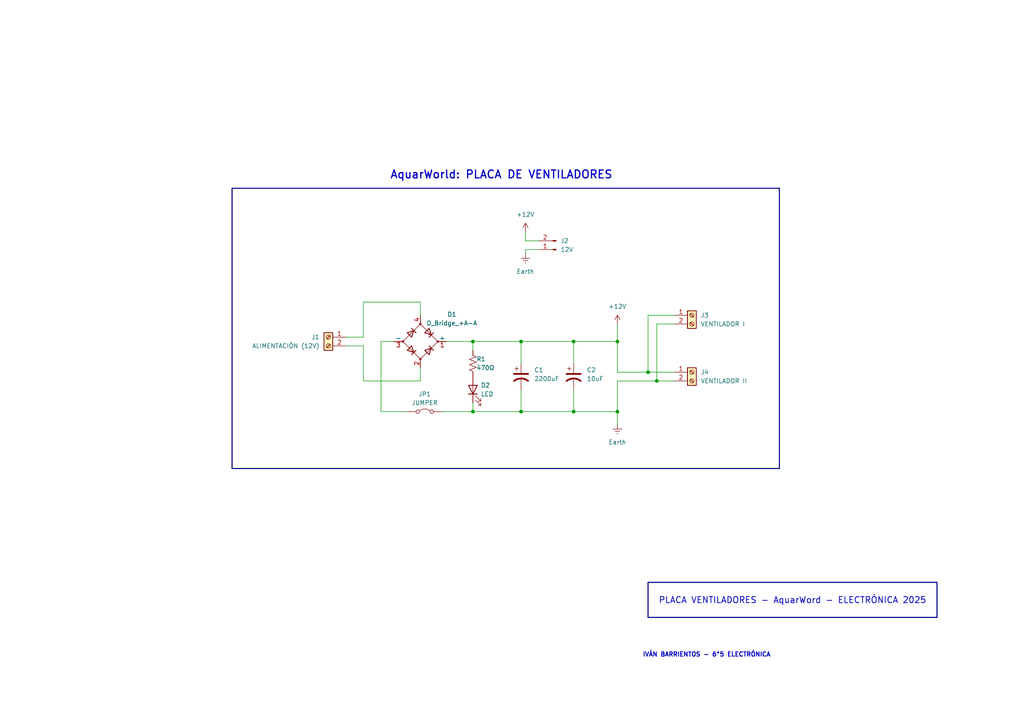
<source format=kicad_sch>
(kicad_sch (version 20231120) (generator "eeschema") (generator_version "8.0")
  (paper "A4")
  (lib_symbols
    (symbol "Connector:Conn_01x02_Pin" (pin_names (offset 1.016) hide)
      (property "Reference" "J" (at 0 2.54 0))
      (property "Value" "Conn_01x02_Pin" (at 0 -5.08 0))
      (symbol "Conn_01x02_Pin_1_1"
        (polyline (pts (xy 1.27 -2.54) (xy 0.8636 -2.54)) (stroke (width 0.1524)))
        (polyline (pts (xy 1.27 0) (xy 0.8636 0)) (stroke (width 0.1524)))
        (rectangle (start 0.8636 -2.413) (end 0 -2.667) (stroke (width 0.1524)) (fill (type outline)))
        (rectangle (start 0.8636 0.127) (end 0 -0.127) (stroke (width 0.1524)) (fill (type outline)))
        (pin passive line (at 5.08 0 180) (length 3.81) (name "Pin_1") (number "1"))
        (pin passive line (at 5.08 -2.54 180) (length 3.81) (name "Pin_2") (number "2"))
      )
    )
    (symbol "Connector:Screw_Terminal_01x02" (pin_names (offset 1.016) hide)
      (property "Reference" "J" (at 0 2.54 0))
      (property "Value" "Screw_Terminal_01x02" (at 0 -5.08 0))
      (symbol "Screw_Terminal_01x02_1_1"
        (rectangle (start -1.27 1.27) (end 1.27 -3.81) (stroke (width 0.254)) (fill (type background)))
        (circle (center 0 -2.54) (radius 0.635) (stroke (width 0.1524)))
        (polyline (pts (xy -0.5334 -2.2098) (xy 0.3302 -3.048)) (stroke (width 0.1524)))
        (polyline (pts (xy -0.5334 0.3302) (xy 0.3302 -0.508)) (stroke (width 0.1524)))
        (polyline (pts (xy -0.3556 -2.032) (xy 0.508 -2.8702)) (stroke (width 0.1524)))
        (polyline (pts (xy -0.3556 0.508) (xy 0.508 -0.3302)) (stroke (width 0.1524)))
        (circle (center 0 0) (radius 0.635) (stroke (width 0.1524)))
        (pin passive line (at -5.08 0 0) (length 3.81) (name "Pin_1") (number "1"))
        (pin passive line (at -5.08 -2.54 0) (length 3.81) (name "Pin_2") (number "2"))
      )
    )
    (symbol "Device:C_Polarized_US" (pin_numbers hide) (pin_names (offset 0.254) hide)
      (property "Reference" "C" (at 0.635 2.54 0))
      (property "Value" "C_Polarized_US" (at 0.635 -2.54 0))
      (symbol "C_Polarized_US_0_1"
        (polyline (pts (xy -2.032 0.762) (xy 2.032 0.762)) (stroke (width 0.508)))
        (polyline (pts (xy -1.778 2.286) (xy -0.762 2.286)))
        (polyline (pts (xy -1.27 1.778) (xy -1.27 2.794)))
        (arc (start 2.032 -1.27) (mid 0 -0.5572) (end -2.032 -1.27) (stroke (width 0.508)))
      )
      (symbol "C_Polarized_US_1_1"
        (pin passive line (at 0 3.81 270) (length 2.794) (name "~") (number "1"))
        (pin passive line (at 0 -3.81 90) (length 3.302) (name "~") (number "2"))
      )
    )
    (symbol "Device:D_Bridge_+A-A" (pin_names (offset 0))
      (property "Reference" "D" (at 2.54 6.985 0))
      (property "Value" "D_Bridge_+A-A" (at 2.54 5.08 0))
      (symbol "D_Bridge_+A-A_0_1"
        (circle (center -5.08 0) (radius 0.254) (fill (type outline)))
        (circle (center 0 -5.08) (radius 0.254) (fill (type outline)))
        (polyline (pts (xy -2.54 3.81) (xy -1.27 2.54)) (stroke (width 0.254)))
        (polyline (pts (xy -1.27 -2.54) (xy -2.54 -3.81)) (stroke (width 0.254)))
        (polyline (pts (xy 2.54 -1.27) (xy 3.81 -2.54)) (stroke (width 0.254)))
        (polyline (pts (xy 2.54 1.27) (xy 3.81 2.54)) (stroke (width 0.254)))
        (polyline (pts (xy -3.81 2.54) (xy -2.54 1.27) (xy -1.905 3.175) (xy -3.81 2.54)) (stroke (width 0.254)))
        (polyline (pts (xy -2.54 -1.27) (xy -3.81 -2.54) (xy -1.905 -3.175) (xy -2.54 -1.27)) (stroke (width 0.254)))
        (polyline (pts (xy 1.27 2.54) (xy 2.54 3.81) (xy 3.175 1.905) (xy 1.27 2.54)) (stroke (width 0.254)))
        (polyline (pts (xy 3.175 -1.905) (xy 1.27 -2.54) (xy 2.54 -3.81) (xy 3.175 -1.905)) (stroke (width 0.254)))
        (polyline (pts (xy -5.08 0) (xy 0 -5.08) (xy 5.08 0) (xy 0 5.08) (xy -5.08 0)))
        (circle (center 0 5.08) (radius 0.254) (fill (type outline)))
        (circle (center 5.08 0) (radius 0.254) (fill (type outline)))
      )
      (symbol "D_Bridge_+A-A_1_1"
        (pin passive line (at 7.62 0 180) (length 2.54) (name "+") (number "1"))
        (pin passive line (at 0 -7.62 90) (length 2.54) (name "~") (number "2"))
        (pin passive line (at -7.62 0 0) (length 2.54) (name "-") (number "3"))
        (pin passive line (at 0 7.62 270) (length 2.54) (name "~") (number "4"))
      )
    )
    (symbol "Device:LED" (pin_numbers hide) (pin_names (offset 1.016) hide)
      (property "Reference" "D" (at 0 2.54 0))
      (property "Value" "LED" (at 0 -2.54 0))
      (symbol "LED_0_1"
        (polyline (pts (xy -1.27 -1.27) (xy -1.27 1.27)) (stroke (width 0.254)))
        (polyline (pts (xy -1.27 0) (xy 1.27 0)))
        (polyline (pts (xy 1.27 -1.27) (xy 1.27 1.27) (xy -1.27 0) (xy 1.27 -1.27)) (stroke (width 0.254)))
        (polyline (pts (xy -3.048 -0.762) (xy -4.572 -2.286) (xy -3.81 -2.286) (xy -4.572 -2.286) (xy -4.572 -1.524)))
        (polyline (pts (xy -1.778 -0.762) (xy -3.302 -2.286) (xy -2.54 -2.286) (xy -3.302 -2.286) (xy -3.302 -1.524)))
      )
      (symbol "LED_1_1"
        (pin passive line (at -3.81 0 0) (length 2.54) (name "K") (number "1"))
        (pin passive line (at 3.81 0 180) (length 2.54) (name "A") (number "2"))
      )
    )
    (symbol "Device:R_US" (pin_numbers hide) (pin_names (offset 0))
      (property "Reference" "R" (at 2.54 0 90))
      (property "Value" "R_US" (at -2.54 0 90))
      (symbol "R_US_0_1"
        (polyline (pts (xy 0 -2.286) (xy 0 -2.54)))
        (polyline (pts (xy 0 2.286) (xy 0 2.54)))
        (polyline (pts (xy 0 -0.762) (xy 1.016 -1.143) (xy 0 -1.524) (xy -1.016 -1.905) (xy 0 -2.286)))
        (polyline (pts (xy 0 0.762) (xy 1.016 0.381) (xy 0 0) (xy -1.016 -0.381) (xy 0 -0.762)))
        (polyline (pts (xy 0 2.286) (xy 1.016 1.905) (xy 0 1.524) (xy -1.016 1.143) (xy 0 0.762)))
      )
      (symbol "R_US_1_1"
        (pin passive line (at 0 3.81 270) (length 1.27) (name "~") (number "1"))
        (pin passive line (at 0 -3.81 90) (length 1.27) (name "~") (number "2"))
      )
    )
    (symbol "Jumper:Jumper_2_Bridged" (pin_numbers hide) (pin_names (offset 0) hide) (exclude_from_sim yes)
      (property "Reference" "JP" (at 0 1.905 0))
      (property "Value" "Jumper_2_Bridged" (at 0 -2.54 0))
      (symbol "Jumper_2_Bridged_0_0"
        (circle (center -2.032 0) (radius 0.508))
        (circle (center 2.032 0) (radius 0.508))
      )
      (symbol "Jumper_2_Bridged_0_1"
        (arc (start 1.524 0.254) (mid 0 0.762) (end -1.524 0.254))
      )
      (symbol "Jumper_2_Bridged_1_1"
        (pin passive line (at -5.08 0 0) (length 2.54) (name "A") (number "1"))
        (pin passive line (at 5.08 0 180) (length 2.54) (name "B") (number "2"))
      )
    )
    (symbol "power:+12V" (power) (pin_numbers hide) (pin_names (offset 0) hide)
      (property "Value" "+12V" (at 0 3.556 0))
      (symbol "+12V_0_1"
        (polyline (pts (xy -0.762 1.27) (xy 0 2.54)))
        (polyline (pts (xy 0 0) (xy 0 2.54)))
        (polyline (pts (xy 0 2.54) (xy 0.762 1.27)))
      )
      (symbol "+12V_1_1"
        (pin power_in line (at 0 0 90) (length 0) (name "~") (number "1"))
      )
    )
    (symbol "power:Earth" (power) (pin_numbers hide) (pin_names (offset 0) hide)
      (property "Value" "Earth" (at 0 -3.81 0))
      (symbol "Earth_0_1"
        (polyline (pts (xy -0.635 -1.905) (xy 0.635 -1.905)))
        (polyline (pts (xy -0.127 -2.54) (xy 0.127 -2.54)))
        (polyline (pts (xy 0 -1.27) (xy 0 0)))
        (polyline (pts (xy 1.27 -1.27) (xy -1.27 -1.27)))
      )
      (symbol "Earth_1_1"
        (pin power_in line (at 0 0 270) (length 0) (name "~") (number "1"))
      )
    )
  )
  (junction (at 190.5 110.49))
  (junction (at 166.37 119.38))
  (junction (at 166.37 99.06))
  (junction (at 151.13 99.06))
  (junction (at 179.07 119.38))
  (junction (at 137.16 119.38))
  (junction (at 151.13 119.38))
  (junction (at 137.16 99.06))
  (junction (at 187.96 107.95))
  (junction (at 179.07 99.06))
  (wire (pts (xy 105.41 87.63) (xy 121.92 87.63)))
  (wire (pts (xy 129.54 99.06) (xy 137.16 99.06)))
  (bus (pts (xy 226.06 54.61) (xy 226.06 135.89)))
  (wire (pts (xy 179.07 110.49) (xy 190.5 110.49)))
  (wire (pts (xy 179.07 99.06) (xy 179.07 107.95)))
  (wire (pts (xy 137.16 99.06) (xy 151.13 99.06)))
  (wire (pts (xy 137.16 101.6) (xy 137.16 99.06)))
  (wire (pts (xy 152.4 72.39) (xy 156.21 72.39)))
  (wire (pts (xy 195.58 91.44) (xy 187.96 91.44)))
  (wire (pts (xy 121.92 110.49) (xy 121.92 106.68)))
  (wire (pts (xy 121.92 87.63) (xy 121.92 91.44)))
  (bus (pts (xy 271.78 179.07) (xy 187.96 179.07)))
  (wire (pts (xy 105.41 110.49) (xy 121.92 110.49)))
  (wire (pts (xy 151.13 119.38) (xy 166.37 119.38)))
  (wire (pts (xy 114.3 99.06) (xy 110.49 99.06)))
  (wire (pts (xy 179.07 119.38) (xy 179.07 123.19)))
  (wire (pts (xy 151.13 113.03) (xy 151.13 119.38)))
  (wire (pts (xy 152.4 67.31) (xy 152.4 69.85)))
  (bus (pts (xy 67.31 54.61) (xy 226.06 54.61)))
  (wire (pts (xy 100.33 97.79) (xy 105.41 97.79)))
  (wire (pts (xy 128.27 119.38) (xy 137.16 119.38)))
  (wire (pts (xy 195.58 110.49) (xy 190.5 110.49)))
  (wire (pts (xy 190.5 93.98) (xy 190.5 110.49)))
  (wire (pts (xy 137.16 116.84) (xy 137.16 119.38)))
  (wire (pts (xy 179.07 110.49) (xy 179.07 119.38)))
  (wire (pts (xy 166.37 99.06) (xy 166.37 105.41)))
  (wire (pts (xy 110.49 119.38) (xy 118.11 119.38)))
  (wire (pts (xy 137.16 119.38) (xy 151.13 119.38)))
  (bus (pts (xy 271.78 168.91) (xy 271.78 179.07)))
  (wire (pts (xy 100.33 100.33) (xy 105.41 100.33)))
  (bus (pts (xy 187.96 179.07) (xy 187.96 168.91)))
  (wire (pts (xy 152.4 73.66) (xy 152.4 72.39)))
  (wire (pts (xy 179.07 93.98) (xy 179.07 99.06)))
  (bus (pts (xy 67.31 54.61) (xy 67.31 135.89)))
  (wire (pts (xy 195.58 93.98) (xy 190.5 93.98)))
  (wire (pts (xy 110.49 99.06) (xy 110.49 119.38)))
  (wire (pts (xy 187.96 107.95) (xy 195.58 107.95)))
  (wire (pts (xy 151.13 99.06) (xy 151.13 105.41)))
  (bus (pts (xy 226.06 135.89) (xy 67.31 135.89)))
  (bus (pts (xy 187.96 168.91) (xy 271.78 168.91)))
  (wire (pts (xy 105.41 100.33) (xy 105.41 110.49)))
  (wire (pts (xy 187.96 91.44) (xy 187.96 107.95)))
  (wire (pts (xy 152.4 69.85) (xy 156.21 69.85)))
  (wire (pts (xy 105.41 97.79) (xy 105.41 87.63)))
  (wire (pts (xy 166.37 113.03) (xy 166.37 119.38)))
  (wire (pts (xy 166.37 119.38) (xy 179.07 119.38)))
  (wire (pts (xy 151.13 99.06) (xy 166.37 99.06)))
  (wire (pts (xy 166.37 99.06) (xy 179.07 99.06)))
  (wire (pts (xy 179.07 107.95) (xy 187.96 107.95)))
  (text "IVÁN BARRIENTOS - 6°5 ELECTRÓNICA" (at 204.978 189.992 0) (effects (font (size 1.27 1.27) (thickness 0.254) (bold yes))))
  (text "PLACA VENTILADORES - AquarWord - ELECTRÓNICA 2025" (at 229.87 174.244 0) (effects (font (size 1.778 1.778) (thickness 0.2223))))
  (text "AquarWorld: PLACA DE VENTILADORES " (at 146.304 50.8 0) (effects (font (size 2.286 2.286) (thickness 0.3556) (bold yes))))
  (symbol (lib_id "Connector:Screw_Terminal_01x02") (at 200.66 107.95 0) (unit 1)
    (property "Reference" "J4" (at 203.2 107.9499 0) (effects (justify left)))
    (property "Value" "VENTILADOR II" (at 203.2 110.4899 0) (effects (justify left)))
    (property "Footprint" "Connector_JST:JST_XH_B2B-XH-A_1x02_P2.50mm_Vertical" (effects (hide yes)))
    (property "Description" "Generic screw terminal, single row, 01x02, script generated (kicad-library-utils/schlib/autogen/connector/)" (effects (hide yes)))
  )
  (symbol (lib_id "power:Earth") (at 152.4 73.66 0) (unit 1)
    (property "Reference" "#PWR02" (effects (hide yes)))
    (property "Value" "Earth" (at 152.4 78.74 0))
    (property "Description" "Power symbol creates a global label with name \"Earth\"" (effects (hide yes)))
  )
  (symbol (lib_id "Connector:Screw_Terminal_01x02") (at 95.25 97.79 0) (mirror y) (unit 1)
    (property "Reference" "J1" (at 92.71 97.7899 0) (effects (justify left)))
    (property "Value" "ALIMENTACIÓN (12V)" (at 92.71 100.3299 0) (effects (justify left)))
    (property "Footprint" "TerminalBlock:TerminalBlock_bornier-2_P5.08mm" (effects (hide yes)))
    (property "Description" "Generic screw terminal, single row, 01x02, script generated (kicad-library-utils/schlib/autogen/connector/)" (effects (hide yes)))
  )
  (symbol (lib_id "power:+12V") (at 179.07 93.98 0) (unit 1)
    (property "Reference" "#PWR03" (effects (hide yes)))
    (property "Value" "+12V" (at 179.07 88.9 0))
    (property "Description" "Power symbol creates a global label with name \"+12V\"" (effects (hide yes)))
  )
  (symbol (lib_id "power:Earth") (at 179.07 123.19 0) (unit 1)
    (property "Reference" "#PWR04" (effects (hide yes)))
    (property "Value" "Earth" (at 179.07 128.27 0))
    (property "Description" "Power symbol creates a global label with name \"Earth\"" (effects (hide yes)))
  )
  (symbol (lib_id "Device:C_Polarized_US") (at 151.13 109.22 0) (unit 1)
    (property "Reference" "C1" (at 154.94 107.3149 0) (effects (justify left)))
    (property "Value" "2200uF" (at 154.94 109.8549 0) (effects (justify left)))
    (property "Footprint" "Capacitor_SMD:CP_Elec_10x10.5" (effects (hide yes)))
    (property "Description" "Polarized capacitor, US symbol" (effects (hide yes)))
  )
  (symbol (lib_id "Jumper:Jumper_2_Bridged") (at 123.19 119.38 0) (unit 1) (exclude_from_sim yes)
    (property "Reference" "JP1" (at 123.19 114.3 0))
    (property "Value" "JUMPER" (at 123.19 116.84 0))
    (property "Footprint" "Connector_PinHeader_2.54mm:PinHeader_1x02_P2.54mm_Vertical" (effects (hide yes)))
    (property "Description" "Jumper, 2-pole, closed/bridged" (effects (hide yes)))
  )
  (symbol (lib_id "power:+12V") (at 152.4 67.31 0) (unit 1)
    (property "Reference" "#PWR01" (effects (hide yes)))
    (property "Value" "+12V" (at 152.4 62.23 0))
    (property "Description" "Power symbol creates a global label with name \"+12V\"" (effects (hide yes)))
  )
  (symbol (lib_id "Device:C_Polarized_US") (at 166.37 109.22 0) (unit 1)
    (property "Reference" "C2" (at 170.18 107.3149 0) (effects (justify left)))
    (property "Value" "10uF" (at 170.18 109.8549 0) (effects (justify left)))
    (property "Footprint" "Capacitor_SMD:CP_Elec_6.3x5.4" (effects (hide yes)))
    (property "Description" "Polarized capacitor, US symbol" (effects (hide yes)))
  )
  (symbol (lib_id "Connector:Screw_Terminal_01x02") (at 200.66 91.44 0) (unit 1)
    (property "Reference" "J3" (at 203.2 91.4399 0) (effects (justify left)))
    (property "Value" "VENTILADOR I" (at 203.2 93.9799 0) (effects (justify left)))
    (property "Footprint" "Connector_JST:JST_XH_B2B-XH-A_1x02_P2.50mm_Vertical" (effects (hide yes)))
    (property "Description" "Generic screw terminal, single row, 01x02, script generated (kicad-library-utils/schlib/autogen/connector/)" (effects (hide yes)))
  )
  (symbol (lib_id "Device:R_US") (at 137.16 105.41 0) (unit 1)
    (property "Reference" "R1" (at 138.176 104.14 0) (effects (justify left)))
    (property "Value" "470Ω" (at 138.176 106.68 0) (effects (justify left)))
    (property "Footprint" "Resistor_SMD:R_0805_2012Metric" (effects (hide yes)))
    (property "Description" "Resistor, US symbol" (effects (hide yes)))
  )
  (symbol (lib_id "Device:D_Bridge_+A-A") (at 121.92 99.06 0) (unit 1)
    (property "Reference" "D1" (at 131.064 91.186 0))
    (property "Value" "D_Bridge_+A-A" (at 131.064 93.726 0))
    (property "Footprint" "Diode_THT:Diode_Bridge_Round_D9.8mm" (effects (hide yes)))
  )
  (symbol (lib_id "Connector:Conn_01x02_Pin") (at 161.29 72.39 180) (unit 1)
    (property "Reference" "J2" (at 162.56 69.8499 0) (effects (justify right)))
    (property "Value" "12V" (at 162.56 72.3899 0) (effects (justify right)))
    (property "Footprint" "Connector_PinHeader_2.54mm:PinHeader_1x02_P2.54mm_Vertical" (effects (hide yes)))
    (property "Description" "Generic connector, single row, 01x02, script generated" (effects (hide yes)))
  )
  (symbol (lib_id "Device:LED") (at 137.16 113.03 90) (unit 1)
    (property "Reference" "D2" (at 139.446 111.76 90) (effects (justify right)))
    (property "Value" "LED" (at 139.446 114.3 90) (effects (justify right)))
    (property "Footprint" "LED_SMD:LED_0805_2012Metric" (effects (hide yes)))
    (property "Description" "Light emitting diode" (effects (hide yes)))
  )
)
</source>
